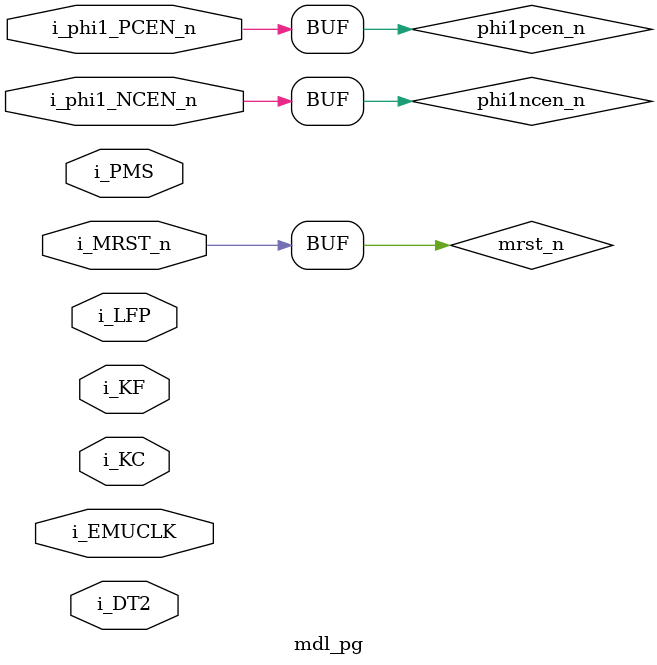
<source format=v>
module mdl_pg
(
    //master clock
    input   wire            i_EMUCLK, //emulator master clock

    //core internal reset
    input   wire            i_MRST_n,

    //internal clock
    input   wire            i_phi1_PCEN_n, //positive edge clock enable for emulation
    input   wire            i_phi1_NCEN_n, //engative edge clock enable for emulation

    //register data
    input   wire    [6:0]   i_KC, //Key Code
    input   wire    [5:0]   i_KF, //Key Fraction
    input   wire    [2:0]   i_PMS, //Pulse Modulation Sensitivity
    input   wire    [1:0]   i_DT2, //Detune 2

    //Vibrato
    input   wire    [7:0]   i_LFP
);


///////////////////////////////////////////////////////////
//////  Clock and reset
////

wire            phi1pcen_n = i_phi1_PCEN_n;
wire            phi1ncen_n = i_phi1_NCEN_n;
wire            mrst_n = i_MRST_n;



///////////////////////////////////////////////////////////
//////  PMS level latch
////

//PMS level latch
reg     [2:0]   pms_level;
always @(posedge i_EMUCLK) begin
    if(!phi1ncen_n) begin
        pms_level <= i_PMS;
    end
end



///////////////////////////////////////////////////////////
//////  Extended LFP
////

//adder for tuning
wire            lfp_data_a = (i_PMS == 3'd7) ? ((i_LFP[6] & i_LFP[5]) | (i_LFP[5] & i_LFP[4])) : 
                             (i_PMS == 3'd6) ? (i_LFP[6] & i_LFP[5]) : 1'b0;
wire    [2:0]   lfp_data_b = (i_PMS == 3'd7) ? i_LFP[6:4] : {1'b0, i_LFP[6:5]};
wire            lfp_data_c = (i_PMS == 3'd7) ? i_LFP[6]   : 1'b0;
wire    [3:0]   lfp_adder = lfp_data_a + lfp_data_b + lfp_data_c;

//extended lfp
reg     [7:0]   lfp_ex;
always @(posedge i_EMUCLK) begin
    if(!phi1ncen_n) begin
        if(i_PMS == 3'd7) lfp_ex <= {lfp_adder, i_LFP[3:0]};
        else              lfp_ex <= {lfp_adder[2:0], i_LFP[4:0]};
    end
end



///////////////////////////////////////////////////////////
//////  LFP deviance
////

//LFP sign bit for 2's complement conversion
reg             lfp_sign;
always @(posedge i_EMUCLK) begin
    if(!phi1ncen_n) begin
        //lfp_sign becomes 1 when PMS > 0 and LFP sign is negative to convert lfp_ex to 2's complement
        lfp_sign <= ~((i_PMS == 3'd0) | ~i_LFP[7]); 
    end
end

reg     [12:0]  lfp_deviance;
wire    [13:0]  lfp_deviance_debug = (lfp_sign == 1'b1) ? (~lfp_deviance + 7'h1) : lfp_deviance;
always @(*) begin
    case(pms_level)
        3'd0: lfp_deviance <= 13'b0;
        3'd1: lfp_deviance <= {11'b0, lfp_ex[6:5]      };
        3'd2: lfp_deviance <= {10'b0, lfp_ex[6:4]      };
        3'd3: lfp_deviance <= {9'b0,  lfp_ex[6:3]      };
        3'd4: lfp_deviance <= {8'b0,  lfp_ex[6:2]      };
        3'd5: lfp_deviance <= {7'b0,  lfp_ex[6:1]      };
        3'd6: lfp_deviance <= {4'b0,  lfp_ex[7:0], 1'b0};
        3'd7: lfp_deviance <= {3'b0,  lfp_ex[7:0], 2'b0};
    endcase
end





///////////////////////////////////////////////////////////
//////  Conversion pipeline
////

//
//  STEP 1: apply LFP value
//

//int/frac adder sets
wire    [6:0]   step1_frac_adder      = i_KF + (lfp_deviance[5:0] ^ {6{lfp_sign}}) + lfp_sign; 
wire    [7:0]   step1_int_adder       = i_KC + (lfp_deviance[12:6] ^ {7{lfp_sign}}) + step1_frac_adder[6];
wire    [2:0]   step1_notegroup_adder = i_KC[1:0] + (lfp_deviance[7:6] ^ {2{lfp_sign}}) + step1_frac_adder[6];
wire    [12:0]  step1_debug_pitchval = (lfp_sign == 1'b0) ? {i_KC, i_KF} + lfp_deviance : {i_KC, i_KF} + ~lfp_deviance + 13'd1;

//final note value
reg     [12:0]  step1_pitchval; //add or subtract LFP value from KC, KF

//flags
reg             step1_pitchval_ovfl;
reg             step1_notegroup_noaddend; //this flag set when no addend is given to a "note group" range(note group: 012/456/89A/CDE)
reg             step1_notegroup_ovfl; //note group overflow, 6(3'b1_10) + 2(3'b0_10)
reg             step1_lfp_sign;

always @(posedge i_EMUCLK) begin
    if(!phi1ncen_n) begin
        step1_pitchval <= {step1_int_adder[6:0], step1_frac_adder[5:0]};
        step1_pitchval_ovfl <= step1_int_adder[7];

        step1_notegroup_noaddend <= ~(lfp_deviance[6] | lfp_deviance[7]);
        step1_notegroup_ovfl <= step1_notegroup_adder[2];

        step1_lfp_sign <= lfp_sign;
    end
end


//
//  STEP 2: fine tuning
//

//lfp_sign == 0, notegroup ovfl == 1: +1
//lfp_sign == 0, notegroup_ovfl == 0, step1_pitchval[7:6] == 3: +1
//lfp_sign == 0, notegroup_ovfl == 0, step1_pitchval[7:6] != 3: +0
//lfp_sign == 1: +0
wire            step2_int_adder_add1 = ((step1_pitchval[7:6] == 2'd3) | step1_notegroup_ovfl) & ~step1_lfp_sign;

//lfp_sign == 0: -0
//lfp_sign == 1, notegroup_noaddend == 0, notegroup_ovfl == 0: -1
wire            step2_int_adder_sub1 = ~(step1_notegroup_ovfl | step1_notegroup_noaddend | ~step1_lfp_sign);

wire    [7:0]   step2_int_adder = step1_pitchval[12:6] + {7{step2_int_adder_sub1}} + step2_int_adder_add1;

//pitchval
reg     [12:0]  step2_tuned_pitchval;

//flags
reg             step2_tuned_pitchval_ovfl;
reg             step2_pitchval_ovfl;
reg             step2_int_sub1;
reg             step2_lfp_sign;

always @(posedge i_EMUCLK) begin
    if(!phi1ncen_n) begin
        step2_tuned_pitchval <= {step2_int_adder[6:0], step1_pitchval[5:0]};
        step2_tuned_pitchval_ovfl <= step2_int_adder[7];

        step2_int_sub1 <= step2_int_adder_sub1;

        step2_pitchval_ovfl <= step1_pitchval_ovfl;
        step2_lfp_sign <= step1_lfp_sign;
    end
end


//
//  STEP 3: overflow control
//

reg     [12:0]  step3_clipped_pitchval;

always @(posedge i_EMUCLK) begin
    if(!phi1ncen_n) begin
        case({step2_lfp_sign, step2_pitchval_ovfl, step2_tuned_pitchval_ovfl, step2_int_sub1})
            //lfp = positive
            4'b0000: step3_clipped_pitchval <= step2_tuned_pitchval;
            4'b0001: step3_clipped_pitchval <= 13'b000_0000_000000; //will not happen
            4'b0010: step3_clipped_pitchval <= 13'b111_1110_111111; //max
            4'b0011: step3_clipped_pitchval <= 13'b111_1110_111111; //will not happen
            4'b0100: step3_clipped_pitchval <= 13'b111_1110_111111;
            4'b0101: step3_clipped_pitchval <= 13'b111_1110_111111; //will not happen
            4'b0110: step3_clipped_pitchval <= 13'b111_1110_111111;
            4'b0111: step3_clipped_pitchval <= 13'b111_1110_111111; //will not happen

            //lfp=negative
            4'b1000: step3_clipped_pitchval <= 13'b000_0000_000000; //min
            4'b1001: step3_clipped_pitchval <= 13'b000_0000_000000;
            4'b1010: step3_clipped_pitchval <= 13'b000_0000_000000;
            4'b1011: step3_clipped_pitchval <= 13'b000_0000_000000;
            4'b1100: step3_clipped_pitchval <= step2_tuned_pitchval;
            4'b1101: step3_clipped_pitchval <= 13'b000_0000_000000;
            4'b1110: step3_clipped_pitchval <= step2_tuned_pitchval;
            4'b1111: step3_clipped_pitchval <= step2_tuned_pitchval;
        endcase
    end
end


//
//  STEP 4: fractional part detuning
//

//dt2 value latch
reg     [1:0]   step4_detune2;
always @(posedge i_EMUCLK) begin
    if(!phi1ncen_n) begin
        step4_detune2 <= i_DT2;
    end
end

//fractional part detuning
wire            step4_detune2_frac_add32 = (step4_detune2 == 2'd2) | (step4_detune2 == 2'd3);
wire            step4_detune2_frac_add20 = (step4_detune2 == 2'd3);
wire    [6:0]   step4_frac_adder = step3_clipped_pitchval[5:0] +
                                   {step4_detune2_frac_add32, step4_detune2_frac_add20, 1'b0, step4_detune2_frac_add20, 2'b00};

wire    [5:0]   step4_debug_frac_adder = step4_frac_adder[5:0];
wire    [5:0]   step4_debug_orig = step3_clipped_pitchval[5:0];

//integer part detuning flag
reg             step4_detune2_int_add8;
reg             step4_detune2_int_add4;
reg             step4_detune2_int_add2;
reg             step4_detune2_int_add1;
reg             step4_detune2_int_addc;
always @(posedge i_EMUCLK) begin
    if(!phi1ncen_n) begin
        step4_detune2_int_add8 <= ~(step4_detune2 == 2'd0);

        step4_detune2_int_add4 <= (step4_detune2 == 2'd3);

        step4_detune2_int_add2 <= (step4_frac_adder[6] & step3_clipped_pitchval[6] & (step4_detune2 == 2'd2)) |
                                  (step4_frac_adder[6] & step3_clipped_pitchval[7]);

        step4_detune2_int_add1 <= (step4_detune2 == 2'd2);

        step4_detune2_int_addc <= (~step4_frac_adder[6] & step3_clipped_pitchval[7] & (step4_detune2 == 2'd2)) |
                                  (step4_frac_adder[6] & ~((step4_frac_adder[6] & step3_clipped_pitchval[6] & (step4_detune2 == 2'd2)) | //same as add2
                                                           (step4_frac_adder[6] & step3_clipped_pitchval[7])));
    end
end

reg     [12:0]  step4_frac_detuned_pitchval;
always @(posedge i_EMUCLK) begin
    if(!phi1ncen_n) begin
        step4_frac_detuned_pitchval <= {step3_clipped_pitchval[12:6], step4_frac_adder[5:0]};
    end
end


//
//  STEP 5: integer part detuning
//

wire    [7:0]   step5_int_adder = step4_frac_detuned_pitchval[12:6] +
                                  {3'b000, step4_detune2_int_add8, step4_detune2_int_add4, step4_detune2_int_add2, step4_detune2_int_add1} +
                                  step4_detune2_int_addc;

reg             step5_int_detuned_pitchval_ovfl;
reg     [12:0]  step5_int_detuned_pitchval;
always @(posedge i_EMUCLK) begin
    if(!phi1ncen_n) begin
        step5_int_detuned_pitchval <= {step5_int_adder[6:0], step4_frac_detuned_pitchval[5:0]};
        step5_int_detuned_pitchval_ovfl <= step5_int_adder[7];
    end
end


//
//  STEP 6: final pitch value
//

wire    [12:0]  step6_final_pitchval = (step5_int_detuned_pitchval_ovfl == 1'b1) ? 13'b111_1110_111111 : step5_int_detuned_pitchval;



endmodule
</source>
